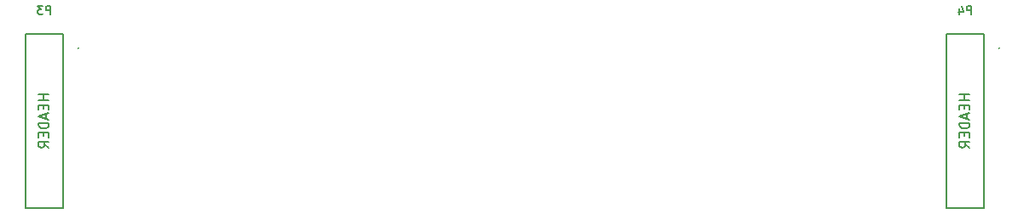
<source format=gbo>
G04 #@! TF.FileFunction,Legend,Bot*
%FSLAX46Y46*%
G04 Gerber Fmt 4.6, Leading zero omitted, Abs format (unit mm)*
G04 Created by KiCad (PCBNEW (2015-04-19 BZR 5613)-product) date 7/15/2015 9:57:49 PM*
%MOMM*%
G01*
G04 APERTURE LIST*
%ADD10C,0.100000*%
%ADD11C,0.150000*%
%ADD12C,0.127000*%
G04 APERTURE END LIST*
D10*
D11*
X187320000Y-99250000D02*
X183520000Y-99250000D01*
X183520000Y-99250000D02*
X183520000Y-116650000D01*
X183520000Y-116650000D02*
X187320000Y-116650000D01*
X187320000Y-116650000D02*
X187320000Y-99250000D01*
X188813852Y-100690000D02*
G75*
G03X188813852Y-100690000I-53852J0D01*
G01*
X95880000Y-99250000D02*
X92080000Y-99250000D01*
X92080000Y-99250000D02*
X92080000Y-116650000D01*
X92080000Y-116650000D02*
X95880000Y-116650000D01*
X95880000Y-116650000D02*
X95880000Y-99250000D01*
X97373852Y-100690000D02*
G75*
G03X97373852Y-100690000I-53852J0D01*
G01*
D12*
X186019923Y-97317695D02*
X186019923Y-96504895D01*
X185710285Y-96504895D01*
X185632876Y-96543600D01*
X185594171Y-96582305D01*
X185555466Y-96659714D01*
X185555466Y-96775829D01*
X185594171Y-96853238D01*
X185632876Y-96891943D01*
X185710285Y-96930648D01*
X186019923Y-96930648D01*
X184858780Y-96775829D02*
X184858780Y-97317695D01*
X185052304Y-96466190D02*
X185245828Y-97046762D01*
X184742666Y-97046762D01*
D11*
X185872381Y-105330952D02*
X184872381Y-105330952D01*
X185348571Y-105330952D02*
X185348571Y-105902381D01*
X185872381Y-105902381D02*
X184872381Y-105902381D01*
X185348571Y-106378571D02*
X185348571Y-106711905D01*
X185872381Y-106854762D02*
X185872381Y-106378571D01*
X184872381Y-106378571D01*
X184872381Y-106854762D01*
X185586667Y-107235714D02*
X185586667Y-107711905D01*
X185872381Y-107140476D02*
X184872381Y-107473809D01*
X185872381Y-107807143D01*
X185872381Y-108140476D02*
X184872381Y-108140476D01*
X184872381Y-108378571D01*
X184920000Y-108521429D01*
X185015238Y-108616667D01*
X185110476Y-108664286D01*
X185300952Y-108711905D01*
X185443810Y-108711905D01*
X185634286Y-108664286D01*
X185729524Y-108616667D01*
X185824762Y-108521429D01*
X185872381Y-108378571D01*
X185872381Y-108140476D01*
X185348571Y-109140476D02*
X185348571Y-109473810D01*
X185872381Y-109616667D02*
X185872381Y-109140476D01*
X184872381Y-109140476D01*
X184872381Y-109616667D01*
X185872381Y-110616667D02*
X185396190Y-110283333D01*
X185872381Y-110045238D02*
X184872381Y-110045238D01*
X184872381Y-110426191D01*
X184920000Y-110521429D01*
X184967619Y-110569048D01*
X185062857Y-110616667D01*
X185205714Y-110616667D01*
X185300952Y-110569048D01*
X185348571Y-110521429D01*
X185396190Y-110426191D01*
X185396190Y-110045238D01*
D12*
X94579923Y-97317695D02*
X94579923Y-96504895D01*
X94270285Y-96504895D01*
X94192876Y-96543600D01*
X94154171Y-96582305D01*
X94115466Y-96659714D01*
X94115466Y-96775829D01*
X94154171Y-96853238D01*
X94192876Y-96891943D01*
X94270285Y-96930648D01*
X94579923Y-96930648D01*
X93844533Y-96504895D02*
X93341371Y-96504895D01*
X93612304Y-96814533D01*
X93496190Y-96814533D01*
X93418780Y-96853238D01*
X93380076Y-96891943D01*
X93341371Y-96969352D01*
X93341371Y-97162876D01*
X93380076Y-97240286D01*
X93418780Y-97278990D01*
X93496190Y-97317695D01*
X93728418Y-97317695D01*
X93805828Y-97278990D01*
X93844533Y-97240286D01*
D11*
X94432381Y-105330952D02*
X93432381Y-105330952D01*
X93908571Y-105330952D02*
X93908571Y-105902381D01*
X94432381Y-105902381D02*
X93432381Y-105902381D01*
X93908571Y-106378571D02*
X93908571Y-106711905D01*
X94432381Y-106854762D02*
X94432381Y-106378571D01*
X93432381Y-106378571D01*
X93432381Y-106854762D01*
X94146667Y-107235714D02*
X94146667Y-107711905D01*
X94432381Y-107140476D02*
X93432381Y-107473809D01*
X94432381Y-107807143D01*
X94432381Y-108140476D02*
X93432381Y-108140476D01*
X93432381Y-108378571D01*
X93480000Y-108521429D01*
X93575238Y-108616667D01*
X93670476Y-108664286D01*
X93860952Y-108711905D01*
X94003810Y-108711905D01*
X94194286Y-108664286D01*
X94289524Y-108616667D01*
X94384762Y-108521429D01*
X94432381Y-108378571D01*
X94432381Y-108140476D01*
X93908571Y-109140476D02*
X93908571Y-109473810D01*
X94432381Y-109616667D02*
X94432381Y-109140476D01*
X93432381Y-109140476D01*
X93432381Y-109616667D01*
X94432381Y-110616667D02*
X93956190Y-110283333D01*
X94432381Y-110045238D02*
X93432381Y-110045238D01*
X93432381Y-110426191D01*
X93480000Y-110521429D01*
X93527619Y-110569048D01*
X93622857Y-110616667D01*
X93765714Y-110616667D01*
X93860952Y-110569048D01*
X93908571Y-110521429D01*
X93956190Y-110426191D01*
X93956190Y-110045238D01*
M02*

</source>
